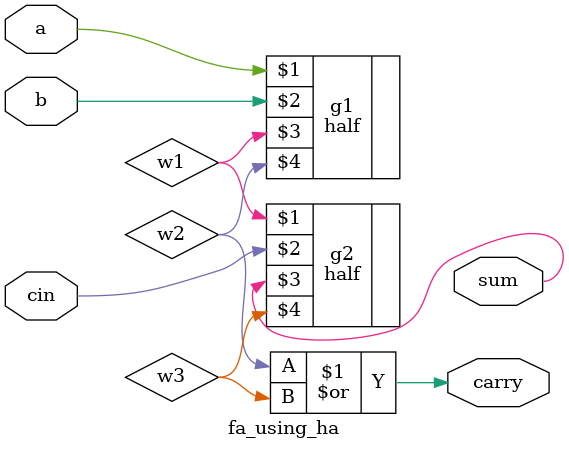
<source format=v>
`include "half.v"
module fa_using_ha(a,b,cin,sum,carry);
input a,b,cin;
output sum,carry;
half g1(a,b,w1,w2);
half g2(w1,cin,sum,w3);
or g3(carry,w2,w3);
endmodule

</source>
